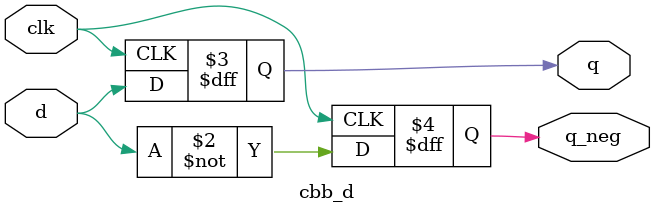
<source format=v>
module cbb_d(d,clk,q,q_neg);
input d,clk;
output q,q_neg;
reg q,q_neg;
always @(posedge clk)
begin
q<=d;
q_neg<=~d;
end
endmodule

</source>
